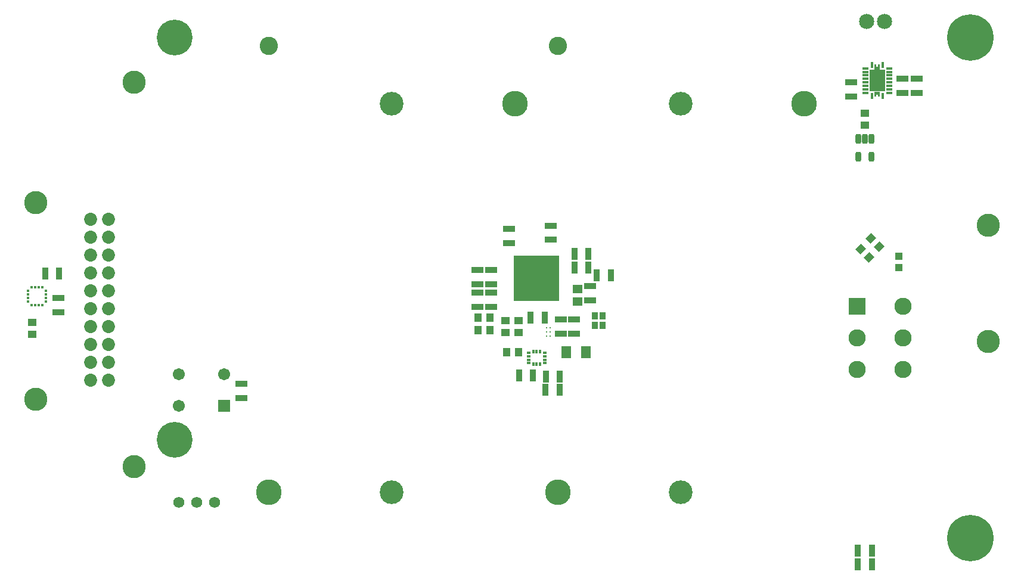
<source format=gts>
G04*
G04 #@! TF.GenerationSoftware,Altium Limited,Altium Designer,25.2.1 (25)*
G04*
G04 Layer_Color=8388736*
%FSLAX25Y25*%
%MOIN*%
G70*
G04*
G04 #@! TF.SameCoordinates,85CC1250-A9D5-4C62-828A-8F390AD69E0A*
G04*
G04*
G04 #@! TF.FilePolarity,Negative*
G04*
G01*
G75*
%ADD23R,0.01200X0.03200*%
%ADD24R,0.03200X0.01200*%
%ADD26R,0.04700X0.04000*%
%ADD27R,0.01200X0.01800*%
%ADD28R,0.01800X0.01200*%
%ADD30R,0.05700X0.04600*%
%ADD34R,0.04000X0.04700*%
G04:AMPARAMS|DCode=35|XSize=40mil|YSize=47mil|CornerRadius=0mil|HoleSize=0mil|Usage=FLASHONLY|Rotation=315.000|XOffset=0mil|YOffset=0mil|HoleType=Round|Shape=Rectangle|*
%AMROTATEDRECTD35*
4,1,4,-0.03076,-0.00248,0.00248,0.03076,0.03076,0.00248,-0.00248,-0.03076,-0.03076,-0.00248,0.0*
%
%ADD35ROTATEDRECTD35*%

%ADD36R,0.01384X0.02270*%
%ADD37R,0.02270X0.01384*%
%ADD38R,0.03950X0.03950*%
%ADD39R,0.05524X0.07099*%
%ADD40R,0.08500X0.12400*%
%ADD41R,0.25600X0.25600*%
G04:AMPARAMS|DCode=42|XSize=55.64mil|YSize=31.23mil|CornerRadius=9.81mil|HoleSize=0mil|Usage=FLASHONLY|Rotation=270.000|XOffset=0mil|YOffset=0mil|HoleType=Round|Shape=RoundedRectangle|*
%AMROUNDEDRECTD42*
21,1,0.05564,0.01161,0,0,270.0*
21,1,0.03602,0.03123,0,0,270.0*
1,1,0.01961,-0.00581,-0.01801*
1,1,0.01961,-0.00581,0.01801*
1,1,0.01961,0.00581,0.01801*
1,1,0.01961,0.00581,-0.01801*
%
%ADD42ROUNDEDRECTD42*%
%ADD43R,0.00781X0.00781*%
%ADD44R,0.03750X0.04143*%
%ADD45R,0.06587X0.03241*%
%ADD46R,0.03241X0.06587*%
%ADD47R,0.06737X0.06737*%
%ADD48C,0.06737*%
%ADD49R,0.09658X0.09658*%
%ADD50C,0.09658*%
%ADD51C,0.06200*%
%ADD52C,0.14383*%
%ADD53C,0.13280*%
%ADD54C,0.10209*%
%ADD55C,0.08477*%
%ADD56C,0.07296*%
%ADD57C,0.13000*%
%ADD58C,0.20000*%
%ADD59C,0.26000*%
G36*
X492000Y288831D02*
X489000D01*
Y285981D01*
X490000D01*
Y287281D01*
X491000D01*
Y285981D01*
X492000D01*
Y288831D01*
D02*
G37*
G36*
Y301232D02*
X489000D01*
Y304082D01*
X490000D01*
Y302782D01*
X491000D01*
Y304082D01*
X492000D01*
Y301232D01*
D02*
G37*
D23*
X487547Y286382D02*
D03*
Y303681D02*
D03*
X493453D02*
D03*
Y286382D02*
D03*
D24*
X483800Y288142D02*
D03*
Y290110D02*
D03*
Y292079D02*
D03*
Y294047D02*
D03*
Y296016D02*
D03*
Y297984D02*
D03*
Y299953D02*
D03*
Y301921D02*
D03*
X497200D02*
D03*
Y299953D02*
D03*
Y297984D02*
D03*
Y296016D02*
D03*
Y294047D02*
D03*
Y292079D02*
D03*
Y290110D02*
D03*
Y288142D02*
D03*
D26*
X18000Y159850D02*
D03*
Y153150D02*
D03*
X483500Y276850D02*
D03*
Y270150D02*
D03*
X282500Y160881D02*
D03*
Y154182D02*
D03*
X290000D02*
D03*
Y160881D02*
D03*
D27*
X17547Y179520D02*
D03*
X19516D02*
D03*
X21484D02*
D03*
X23453D02*
D03*
Y169480D02*
D03*
X21484D02*
D03*
X19516D02*
D03*
X17547D02*
D03*
D28*
X25520Y177453D02*
D03*
Y175484D02*
D03*
Y173516D02*
D03*
Y171547D02*
D03*
X15480D02*
D03*
Y173516D02*
D03*
Y175484D02*
D03*
Y177453D02*
D03*
D30*
X323000Y178450D02*
D03*
Y171550D02*
D03*
D34*
X273850Y162531D02*
D03*
X267150D02*
D03*
X273850Y155532D02*
D03*
X267150D02*
D03*
X283150Y143032D02*
D03*
X289850D02*
D03*
D35*
X486762Y206769D02*
D03*
X491500Y202031D02*
D03*
X481131Y200900D02*
D03*
X485869Y196163D02*
D03*
D36*
X298031Y143532D02*
D03*
X300000D02*
D03*
X301969D02*
D03*
Y136346D02*
D03*
X300000D02*
D03*
X298031D02*
D03*
D37*
X304577Y142892D02*
D03*
Y140923D02*
D03*
Y138955D02*
D03*
Y136986D02*
D03*
X295423D02*
D03*
Y138955D02*
D03*
Y140923D02*
D03*
Y142892D02*
D03*
D38*
X502500Y196681D02*
D03*
Y190382D02*
D03*
D39*
X327524Y143032D02*
D03*
X316500D02*
D03*
D40*
X490500Y295031D02*
D03*
D41*
X300000Y184531D02*
D03*
D42*
X487240Y252591D02*
D03*
X479760D02*
D03*
Y262472D02*
D03*
X483500D02*
D03*
X487240D02*
D03*
D43*
X305500Y152032D02*
D03*
X307469D02*
D03*
Y154342D02*
D03*
X305500D02*
D03*
X307469Y156653D02*
D03*
X305500D02*
D03*
D44*
X332500Y163531D02*
D03*
Y158020D02*
D03*
X336831D02*
D03*
Y163531D02*
D03*
D45*
X32500Y173370D02*
D03*
Y165496D02*
D03*
X476000Y293969D02*
D03*
Y286094D02*
D03*
X504500Y295969D02*
D03*
Y288094D02*
D03*
X512500Y296031D02*
D03*
Y288158D02*
D03*
X135000Y125437D02*
D03*
Y117563D02*
D03*
X284500Y211968D02*
D03*
Y204095D02*
D03*
X267000Y176469D02*
D03*
Y168595D02*
D03*
X274500Y176469D02*
D03*
Y168595D02*
D03*
Y181095D02*
D03*
Y188969D02*
D03*
X267000Y181095D02*
D03*
Y188969D02*
D03*
X313500Y161469D02*
D03*
Y153595D02*
D03*
X321000D02*
D03*
Y161469D02*
D03*
X308000Y213937D02*
D03*
Y206063D02*
D03*
X330000Y172095D02*
D03*
Y179969D02*
D03*
D46*
X487437Y24532D02*
D03*
X479563D02*
D03*
X487437Y32032D02*
D03*
X479563D02*
D03*
X304437Y162531D02*
D03*
X296563D02*
D03*
X321063Y190532D02*
D03*
X328937D02*
D03*
X321063Y198031D02*
D03*
X328937D02*
D03*
X333563Y186031D02*
D03*
X341437D02*
D03*
X297937Y130032D02*
D03*
X290063D02*
D03*
X305000Y122031D02*
D03*
X312874D02*
D03*
X305063Y129532D02*
D03*
X312937D02*
D03*
X25063Y187000D02*
D03*
X32937D02*
D03*
D47*
X125295Y113142D02*
D03*
D48*
X99705D02*
D03*
X125295Y130858D02*
D03*
X99705D02*
D03*
D49*
X479205Y168748D02*
D03*
D50*
Y133315D02*
D03*
X504795D02*
D03*
Y168748D02*
D03*
X479205Y151031D02*
D03*
X504795D02*
D03*
D51*
X100000Y59000D02*
D03*
X110000D02*
D03*
X120000D02*
D03*
D52*
X287917Y282193D02*
D03*
X150083Y64870D02*
D03*
X311701Y64713D02*
D03*
X449535Y282035D02*
D03*
D53*
X219000Y282193D02*
D03*
Y64870D02*
D03*
X380618Y64713D02*
D03*
Y282035D02*
D03*
D54*
X150083Y314555D02*
D03*
X311701Y314398D02*
D03*
D55*
X484500Y328031D02*
D03*
X494500D02*
D03*
D56*
X60500Y127500D02*
D03*
X50500D02*
D03*
X60500Y137500D02*
D03*
X50500D02*
D03*
X60500Y147500D02*
D03*
X50500D02*
D03*
X60500Y157500D02*
D03*
X50500D02*
D03*
X60500Y167500D02*
D03*
X50500D02*
D03*
X60500Y177500D02*
D03*
X50500D02*
D03*
X60500Y187500D02*
D03*
X50500D02*
D03*
Y197500D02*
D03*
X60500D02*
D03*
X50500Y207500D02*
D03*
X60500D02*
D03*
X50500Y217500D02*
D03*
X60500D02*
D03*
D57*
X75000Y294000D02*
D03*
X20000Y116750D02*
D03*
Y226750D02*
D03*
X75000Y79000D02*
D03*
X552500Y214000D02*
D03*
Y149000D02*
D03*
D58*
X97500Y319000D02*
D03*
Y94000D02*
D03*
D59*
X542500Y319000D02*
D03*
Y39000D02*
D03*
M02*

</source>
